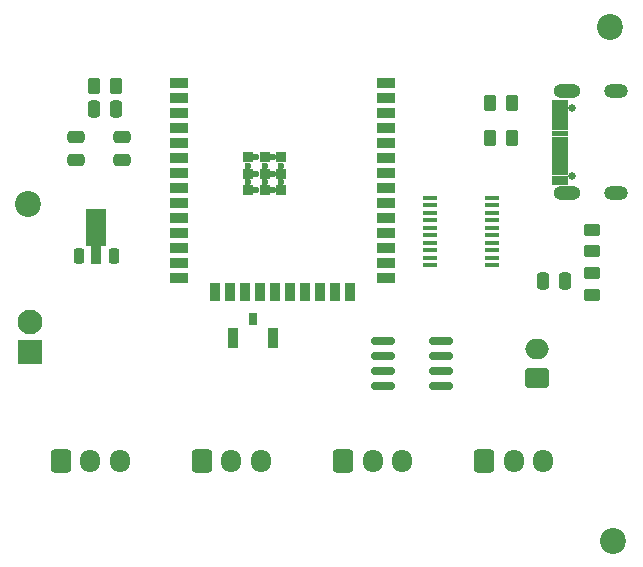
<source format=gbr>
%TF.GenerationSoftware,KiCad,Pcbnew,9.0.2*%
%TF.CreationDate,2025-06-22T20:13:16-07:00*%
%TF.ProjectId,Tesla Ambient Lighting,5465736c-6120-4416-9d62-69656e74204c,rev?*%
%TF.SameCoordinates,Original*%
%TF.FileFunction,Soldermask,Top*%
%TF.FilePolarity,Negative*%
%FSLAX46Y46*%
G04 Gerber Fmt 4.6, Leading zero omitted, Abs format (unit mm)*
G04 Created by KiCad (PCBNEW 9.0.2) date 2025-06-22 20:13:16*
%MOMM*%
%LPD*%
G01*
G04 APERTURE LIST*
G04 Aperture macros list*
%AMRoundRect*
0 Rectangle with rounded corners*
0 $1 Rounding radius*
0 $2 $3 $4 $5 $6 $7 $8 $9 X,Y pos of 4 corners*
0 Add a 4 corners polygon primitive as box body*
4,1,4,$2,$3,$4,$5,$6,$7,$8,$9,$2,$3,0*
0 Add four circle primitives for the rounded corners*
1,1,$1+$1,$2,$3*
1,1,$1+$1,$4,$5*
1,1,$1+$1,$6,$7*
1,1,$1+$1,$8,$9*
0 Add four rect primitives between the rounded corners*
20,1,$1+$1,$2,$3,$4,$5,0*
20,1,$1+$1,$4,$5,$6,$7,0*
20,1,$1+$1,$6,$7,$8,$9,0*
20,1,$1+$1,$8,$9,$2,$3,0*%
%AMFreePoly0*
4,1,9,3.862500,-0.866500,0.737500,-0.866500,0.737500,-0.450000,-0.737500,-0.450000,-0.737500,0.450000,0.737500,0.450000,0.737500,0.866500,3.862500,0.866500,3.862500,-0.866500,3.862500,-0.866500,$1*%
G04 Aperture macros list end*
%ADD10C,0.010000*%
%ADD11C,2.200000*%
%ADD12RoundRect,0.250000X0.750000X-0.600000X0.750000X0.600000X-0.750000X0.600000X-0.750000X-0.600000X0*%
%ADD13O,2.000000X1.700000*%
%ADD14RoundRect,0.225000X0.225000X-0.425000X0.225000X0.425000X-0.225000X0.425000X-0.225000X-0.425000X0*%
%ADD15FreePoly0,90.000000*%
%ADD16C,0.650000*%
%ADD17O,2.304000X1.204000*%
%ADD18O,2.004000X1.204000*%
%ADD19R,1.200000X0.400000*%
%ADD20RoundRect,0.250000X-0.250000X-0.475000X0.250000X-0.475000X0.250000X0.475000X-0.250000X0.475000X0*%
%ADD21RoundRect,0.250000X0.262500X0.450000X-0.262500X0.450000X-0.262500X-0.450000X0.262500X-0.450000X0*%
%ADD22R,0.900000X1.700000*%
%ADD23R,0.800000X1.100000*%
%ADD24RoundRect,0.250000X-0.600000X-0.725000X0.600000X-0.725000X0.600000X0.725000X-0.600000X0.725000X0*%
%ADD25O,1.700000X1.950000*%
%ADD26RoundRect,0.250000X-0.262500X-0.450000X0.262500X-0.450000X0.262500X0.450000X-0.262500X0.450000X0*%
%ADD27RoundRect,0.250000X-0.475000X0.250000X-0.475000X-0.250000X0.475000X-0.250000X0.475000X0.250000X0*%
%ADD28RoundRect,0.250001X0.799999X-0.799999X0.799999X0.799999X-0.799999X0.799999X-0.799999X-0.799999X0*%
%ADD29C,2.100000*%
%ADD30RoundRect,0.250000X0.450000X-0.262500X0.450000X0.262500X-0.450000X0.262500X-0.450000X-0.262500X0*%
%ADD31RoundRect,0.150000X-0.825000X-0.150000X0.825000X-0.150000X0.825000X0.150000X-0.825000X0.150000X0*%
%ADD32C,0.600000*%
%ADD33R,1.500000X0.900000*%
%ADD34R,0.900000X1.500000*%
%ADD35R,0.900000X0.900000*%
G04 APERTURE END LIST*
D10*
%TO.C,J6*%
X168370000Y-88150000D02*
X167120000Y-88150000D01*
X167120000Y-87450000D01*
X168370000Y-87450000D01*
X168370000Y-88150000D01*
G36*
X168370000Y-88150000D02*
G01*
X167120000Y-88150000D01*
X167120000Y-87450000D01*
X168370000Y-87450000D01*
X168370000Y-88150000D01*
G37*
X168370000Y-88950000D02*
X167120000Y-88950000D01*
X167120000Y-88250000D01*
X168370000Y-88250000D01*
X168370000Y-88950000D01*
G36*
X168370000Y-88950000D02*
G01*
X167120000Y-88950000D01*
X167120000Y-88250000D01*
X168370000Y-88250000D01*
X168370000Y-88950000D01*
G37*
X168370000Y-89450000D02*
X167120000Y-89450000D01*
X167120000Y-89050000D01*
X168370000Y-89050000D01*
X168370000Y-89450000D01*
G36*
X168370000Y-89450000D02*
G01*
X167120000Y-89450000D01*
X167120000Y-89050000D01*
X168370000Y-89050000D01*
X168370000Y-89450000D01*
G37*
X168370000Y-89950000D02*
X167120000Y-89950000D01*
X167120000Y-89550000D01*
X168370000Y-89550000D01*
X168370000Y-89950000D01*
G36*
X168370000Y-89950000D02*
G01*
X167120000Y-89950000D01*
X167120000Y-89550000D01*
X168370000Y-89550000D01*
X168370000Y-89950000D01*
G37*
X168370000Y-90450000D02*
X167120000Y-90450000D01*
X167120000Y-90050000D01*
X168370000Y-90050000D01*
X168370000Y-90450000D01*
G36*
X168370000Y-90450000D02*
G01*
X167120000Y-90450000D01*
X167120000Y-90050000D01*
X168370000Y-90050000D01*
X168370000Y-90450000D01*
G37*
X168370000Y-90950000D02*
X167120000Y-90950000D01*
X167120000Y-90550000D01*
X168370000Y-90550000D01*
X168370000Y-90950000D01*
G36*
X168370000Y-90950000D02*
G01*
X167120000Y-90950000D01*
X167120000Y-90550000D01*
X168370000Y-90550000D01*
X168370000Y-90950000D01*
G37*
X168370000Y-91450000D02*
X167120000Y-91450000D01*
X167120000Y-91050000D01*
X168370000Y-91050000D01*
X168370000Y-91450000D01*
G36*
X168370000Y-91450000D02*
G01*
X167120000Y-91450000D01*
X167120000Y-91050000D01*
X168370000Y-91050000D01*
X168370000Y-91450000D01*
G37*
X168370000Y-91950000D02*
X167120000Y-91950000D01*
X167120000Y-91550000D01*
X168370000Y-91550000D01*
X168370000Y-91950000D01*
G36*
X168370000Y-91950000D02*
G01*
X167120000Y-91950000D01*
X167120000Y-91550000D01*
X168370000Y-91550000D01*
X168370000Y-91950000D01*
G37*
X168370000Y-92450000D02*
X167120000Y-92450000D01*
X167120000Y-92050000D01*
X168370000Y-92050000D01*
X168370000Y-92450000D01*
G36*
X168370000Y-92450000D02*
G01*
X167120000Y-92450000D01*
X167120000Y-92050000D01*
X168370000Y-92050000D01*
X168370000Y-92450000D01*
G37*
X168370000Y-92950000D02*
X167120000Y-92950000D01*
X167120000Y-92550000D01*
X168370000Y-92550000D01*
X168370000Y-92950000D01*
G36*
X168370000Y-92950000D02*
G01*
X167120000Y-92950000D01*
X167120000Y-92550000D01*
X168370000Y-92550000D01*
X168370000Y-92950000D01*
G37*
X168370000Y-93750000D02*
X167120000Y-93750000D01*
X167120000Y-93050000D01*
X168370000Y-93050000D01*
X168370000Y-93750000D01*
G36*
X168370000Y-93750000D02*
G01*
X167120000Y-93750000D01*
X167120000Y-93050000D01*
X168370000Y-93050000D01*
X168370000Y-93750000D01*
G37*
X168370000Y-94550000D02*
X167120000Y-94550000D01*
X167120000Y-93850000D01*
X168370000Y-93850000D01*
X168370000Y-94550000D01*
G36*
X168370000Y-94550000D02*
G01*
X167120000Y-94550000D01*
X167120000Y-93850000D01*
X168370000Y-93850000D01*
X168370000Y-94550000D01*
G37*
%TD*%
D11*
%TO.C,REF\u002A\u002A*%
X172000000Y-81250000D03*
%TD*%
D12*
%TO.C,J5*%
X165805000Y-111000000D03*
D13*
X165805000Y-108500000D03*
%TD*%
D14*
%TO.C,U4*%
X127000000Y-100700000D03*
D15*
X128500000Y-100612500D03*
D14*
X130000000Y-100700000D03*
%TD*%
D16*
%TO.C,J6*%
X168820000Y-93890000D03*
X168820000Y-88110000D03*
D17*
X168320000Y-95320000D03*
X168320000Y-86680000D03*
D18*
X172500000Y-95320000D03*
X172500000Y-86680000D03*
%TD*%
D19*
%TO.C,U5*%
X156800000Y-95750000D03*
X156800000Y-96385000D03*
X156800000Y-97020000D03*
X156800000Y-97655000D03*
X156800000Y-98290000D03*
X156800000Y-98925000D03*
X156800000Y-99560000D03*
X156800000Y-100195000D03*
X156800000Y-100830000D03*
X156800000Y-101465000D03*
X162000000Y-101465000D03*
X162000000Y-100830000D03*
X162000000Y-100195000D03*
X162000000Y-99560000D03*
X162000000Y-98925000D03*
X162000000Y-98290000D03*
X162000000Y-97655000D03*
X162000000Y-97020000D03*
X162000000Y-96385000D03*
X162000000Y-95750000D03*
%TD*%
D20*
%TO.C,C4*%
X166300000Y-102750000D03*
X168200000Y-102750000D03*
%TD*%
D21*
%TO.C,R5*%
X163662500Y-87750000D03*
X161837500Y-87750000D03*
%TD*%
D22*
%TO.C,SW1*%
X143450000Y-107640000D03*
X140050000Y-107640000D03*
D23*
X141750000Y-106000000D03*
%TD*%
D24*
%TO.C,J3*%
X149400000Y-118000000D03*
D25*
X151900000Y-118000000D03*
X154400000Y-118000000D03*
%TD*%
D26*
%TO.C,R1*%
X128337500Y-86250000D03*
X130162500Y-86250000D03*
%TD*%
%TO.C,R4*%
X161837500Y-90700000D03*
X163662500Y-90700000D03*
%TD*%
D27*
%TO.C,C1*%
X130720000Y-90625000D03*
X130720000Y-92525000D03*
%TD*%
D24*
%TO.C,J2*%
X137450000Y-118000000D03*
D25*
X139950000Y-118000000D03*
X142450000Y-118000000D03*
%TD*%
D28*
%TO.C,J7*%
X122867500Y-108790000D03*
D29*
X122867500Y-106250000D03*
%TD*%
D30*
%TO.C,R2*%
X170500000Y-103950000D03*
X170500000Y-102125000D03*
%TD*%
D20*
%TO.C,C3*%
X128300000Y-88250000D03*
X130200000Y-88250000D03*
%TD*%
D24*
%TO.C,J4*%
X161350000Y-118000000D03*
D25*
X163850000Y-118000000D03*
X166350000Y-118000000D03*
%TD*%
D30*
%TO.C,R3*%
X170500000Y-100250000D03*
X170500000Y-98425000D03*
%TD*%
D27*
%TO.C,C2*%
X126750000Y-90625000D03*
X126750000Y-92525000D03*
%TD*%
D31*
%TO.C,U2*%
X152775000Y-107845000D03*
X152775000Y-109115000D03*
X152775000Y-110385000D03*
X152775000Y-111655000D03*
X157725000Y-111655000D03*
X157725000Y-110385000D03*
X157725000Y-109115000D03*
X157725000Y-107845000D03*
%TD*%
D24*
%TO.C,J1*%
X125500000Y-118000000D03*
D25*
X128000000Y-118000000D03*
X130500000Y-118000000D03*
%TD*%
D11*
%TO.C,REF\u002A\u002A*%
X172250000Y-124750000D03*
%TD*%
%TO.C,REF\u002A\u002A*%
X122750000Y-96250000D03*
%TD*%
D32*
%TO.C,U1*%
X142050000Y-92310000D03*
X141350000Y-93010000D03*
D33*
X135500000Y-85990000D03*
X135500000Y-87260000D03*
X135500000Y-88530000D03*
X135500000Y-89800000D03*
X135500000Y-91070000D03*
X135500000Y-92340000D03*
X135500000Y-93610000D03*
X135500000Y-94880000D03*
X135500000Y-96150000D03*
X135500000Y-97420000D03*
X135500000Y-98690000D03*
X135500000Y-99960000D03*
X135500000Y-101230000D03*
X135500000Y-102500000D03*
D34*
X138535000Y-103750000D03*
X139805000Y-103750000D03*
X141075000Y-103750000D03*
X142345000Y-103750000D03*
X143615000Y-103750000D03*
X144885000Y-103750000D03*
X146155000Y-103750000D03*
X147425000Y-103750000D03*
X148695000Y-103750000D03*
X149965000Y-103750000D03*
D33*
X153000000Y-102500000D03*
X153000000Y-101230000D03*
X153000000Y-99960000D03*
X153000000Y-98690000D03*
X153000000Y-97420000D03*
X153000000Y-96150000D03*
X153000000Y-94880000D03*
X153000000Y-93610000D03*
X153000000Y-92340000D03*
X153000000Y-91070000D03*
X153000000Y-89800000D03*
X153000000Y-88530000D03*
X153000000Y-87260000D03*
X153000000Y-85990000D03*
D35*
X141350000Y-92310000D03*
X141350000Y-93710000D03*
D32*
X141350000Y-94410000D03*
D35*
X141350000Y-95110000D03*
D32*
X142050000Y-93710000D03*
X142050000Y-95110000D03*
D35*
X142750000Y-92310000D03*
D32*
X142750000Y-93010000D03*
D35*
X142750000Y-93710000D03*
D32*
X142750000Y-94410000D03*
D35*
X142750000Y-95110000D03*
D32*
X143450000Y-92310000D03*
X143450000Y-93710000D03*
X143450000Y-95110000D03*
D35*
X144150000Y-92310000D03*
D32*
X144150000Y-93010000D03*
D35*
X144150000Y-93710000D03*
D32*
X144150000Y-94410000D03*
D35*
X144150000Y-95110000D03*
%TD*%
M02*

</source>
